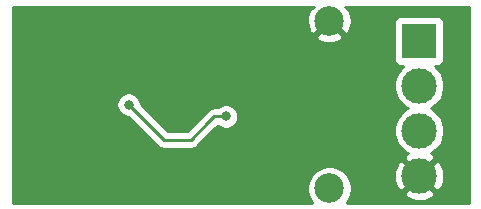
<source format=gbr>
G04 #@! TF.GenerationSoftware,KiCad,Pcbnew,(5.1.0)-1*
G04 #@! TF.CreationDate,2019-05-18T16:03:49-06:00*
G04 #@! TF.ProjectId,Tension,54656e73-696f-46e2-9e6b-696361645f70,rev?*
G04 #@! TF.SameCoordinates,Original*
G04 #@! TF.FileFunction,Copper,L2,Bot*
G04 #@! TF.FilePolarity,Positive*
%FSLAX46Y46*%
G04 Gerber Fmt 4.6, Leading zero omitted, Abs format (unit mm)*
G04 Created by KiCad (PCBNEW (5.1.0)-1) date 2019-05-18 16:03:49*
%MOMM*%
%LPD*%
G04 APERTURE LIST*
%ADD10C,2.999740*%
%ADD11R,2.999740X2.999740*%
%ADD12C,2.499360*%
%ADD13C,0.800000*%
%ADD14C,0.250000*%
%ADD15C,0.254000*%
G04 APERTURE END LIST*
D10*
X175100000Y-74530000D03*
X175100000Y-70720000D03*
X175100000Y-66910000D03*
D11*
X175100000Y-63100000D03*
D12*
X167500000Y-75600000D03*
X167500000Y-61400000D03*
D13*
X158750000Y-69500000D03*
X150500000Y-68500000D03*
X157000000Y-62500000D03*
X154250000Y-73000000D03*
X148750000Y-74500000D03*
X150250000Y-63500000D03*
X155000000Y-70500000D03*
X154750000Y-66250000D03*
X171500000Y-65750000D03*
X171500000Y-68250000D03*
X160000000Y-71500000D03*
X165250000Y-68000000D03*
X165750000Y-71000000D03*
X147500000Y-70750000D03*
X143000000Y-61000000D03*
X150750000Y-60750000D03*
D14*
X153500000Y-71500000D02*
X150500000Y-68500000D01*
X155750000Y-71500000D02*
X153500000Y-71500000D01*
X157750000Y-69500000D02*
X157250000Y-70000000D01*
X158750000Y-69500000D02*
X157750000Y-69500000D01*
X157250000Y-70000000D02*
X155750000Y-71500000D01*
D15*
G36*
X166186622Y-60266230D02*
G01*
X165896685Y-60392104D01*
X165730861Y-60724262D01*
X165633025Y-61082387D01*
X165606935Y-61452719D01*
X165653595Y-61821025D01*
X165771211Y-62173151D01*
X165896685Y-62407896D01*
X166186623Y-62533771D01*
X167320395Y-61400000D01*
X167306252Y-61385858D01*
X167485858Y-61206252D01*
X167500000Y-61220395D01*
X167514142Y-61206252D01*
X167693748Y-61385858D01*
X167679605Y-61400000D01*
X168813377Y-62533771D01*
X169103315Y-62407896D01*
X169269139Y-62075738D01*
X169366975Y-61717613D01*
X169375251Y-61600130D01*
X172962058Y-61600130D01*
X172962058Y-64599870D01*
X172974318Y-64724352D01*
X173010628Y-64844050D01*
X173069593Y-64954364D01*
X173148945Y-65051055D01*
X173245636Y-65130407D01*
X173355950Y-65189372D01*
X173475648Y-65225682D01*
X173600130Y-65237942D01*
X173759747Y-65237942D01*
X173739100Y-65251738D01*
X173441738Y-65549100D01*
X173208103Y-65898760D01*
X173047172Y-66287281D01*
X172965130Y-66699734D01*
X172965130Y-67120266D01*
X173047172Y-67532719D01*
X173208103Y-67921240D01*
X173441738Y-68270900D01*
X173739100Y-68568262D01*
X174088760Y-68801897D01*
X174120393Y-68815000D01*
X174088760Y-68828103D01*
X173739100Y-69061738D01*
X173441738Y-69359100D01*
X173208103Y-69708760D01*
X173047172Y-70097281D01*
X172965130Y-70509734D01*
X172965130Y-70930266D01*
X173047172Y-71342719D01*
X173208103Y-71731240D01*
X173441738Y-72080900D01*
X173739100Y-72378262D01*
X174088760Y-72611897D01*
X174124218Y-72626584D01*
X173944040Y-72722892D01*
X173788044Y-73038439D01*
X175100000Y-74350395D01*
X176411956Y-73038439D01*
X176255960Y-72722892D01*
X176070824Y-72628638D01*
X176111240Y-72611897D01*
X176460900Y-72378262D01*
X176758262Y-72080900D01*
X176991897Y-71731240D01*
X177152828Y-71342719D01*
X177234870Y-70930266D01*
X177234870Y-70509734D01*
X177152828Y-70097281D01*
X176991897Y-69708760D01*
X176758262Y-69359100D01*
X176460900Y-69061738D01*
X176111240Y-68828103D01*
X176079607Y-68815000D01*
X176111240Y-68801897D01*
X176460900Y-68568262D01*
X176758262Y-68270900D01*
X176991897Y-67921240D01*
X177152828Y-67532719D01*
X177234870Y-67120266D01*
X177234870Y-66699734D01*
X177152828Y-66287281D01*
X176991897Y-65898760D01*
X176758262Y-65549100D01*
X176460900Y-65251738D01*
X176440253Y-65237942D01*
X176599870Y-65237942D01*
X176724352Y-65225682D01*
X176844050Y-65189372D01*
X176954364Y-65130407D01*
X177051055Y-65051055D01*
X177130407Y-64954364D01*
X177189372Y-64844050D01*
X177225682Y-64724352D01*
X177237942Y-64599870D01*
X177237942Y-61600130D01*
X177225682Y-61475648D01*
X177189372Y-61355950D01*
X177130407Y-61245636D01*
X177051055Y-61148945D01*
X176954364Y-61069593D01*
X176844050Y-61010628D01*
X176724352Y-60974318D01*
X176599870Y-60962058D01*
X173600130Y-60962058D01*
X173475648Y-60974318D01*
X173355950Y-61010628D01*
X173245636Y-61069593D01*
X173148945Y-61148945D01*
X173069593Y-61245636D01*
X173010628Y-61355950D01*
X172974318Y-61475648D01*
X172962058Y-61600130D01*
X169375251Y-61600130D01*
X169393065Y-61347281D01*
X169346405Y-60978975D01*
X169228789Y-60626849D01*
X169103315Y-60392104D01*
X168813378Y-60266230D01*
X168869608Y-60210000D01*
X179290001Y-60210000D01*
X179290000Y-76790000D01*
X168971552Y-76790000D01*
X169170182Y-76492731D01*
X169312253Y-76149741D01*
X169337749Y-76021561D01*
X173788044Y-76021561D01*
X173944040Y-76337108D01*
X174318800Y-76527901D01*
X174723582Y-76641917D01*
X175142829Y-76674772D01*
X175560431Y-76625205D01*
X175960339Y-76495121D01*
X176255960Y-76337108D01*
X176411956Y-76021561D01*
X175100000Y-74709605D01*
X173788044Y-76021561D01*
X169337749Y-76021561D01*
X169384680Y-75785625D01*
X169384680Y-75414375D01*
X169312253Y-75050259D01*
X169170182Y-74707269D01*
X169080352Y-74572829D01*
X172955228Y-74572829D01*
X173004795Y-74990431D01*
X173134879Y-75390339D01*
X173292892Y-75685960D01*
X173608439Y-75841956D01*
X174920395Y-74530000D01*
X175279605Y-74530000D01*
X176591561Y-75841956D01*
X176907108Y-75685960D01*
X177097901Y-75311200D01*
X177211917Y-74906418D01*
X177244772Y-74487171D01*
X177195205Y-74069569D01*
X177065121Y-73669661D01*
X176907108Y-73374040D01*
X176591561Y-73218044D01*
X175279605Y-74530000D01*
X174920395Y-74530000D01*
X173608439Y-73218044D01*
X173292892Y-73374040D01*
X173102099Y-73748800D01*
X172988083Y-74153582D01*
X172955228Y-74572829D01*
X169080352Y-74572829D01*
X168963926Y-74398587D01*
X168701413Y-74136074D01*
X168392731Y-73929818D01*
X168049741Y-73787747D01*
X167685625Y-73715320D01*
X167314375Y-73715320D01*
X166950259Y-73787747D01*
X166607269Y-73929818D01*
X166298587Y-74136074D01*
X166036074Y-74398587D01*
X165829818Y-74707269D01*
X165687747Y-75050259D01*
X165615320Y-75414375D01*
X165615320Y-75785625D01*
X165687747Y-76149741D01*
X165829818Y-76492731D01*
X166028448Y-76790000D01*
X140710000Y-76790000D01*
X140710000Y-68398061D01*
X149465000Y-68398061D01*
X149465000Y-68601939D01*
X149504774Y-68801898D01*
X149582795Y-68990256D01*
X149696063Y-69159774D01*
X149840226Y-69303937D01*
X150009744Y-69417205D01*
X150198102Y-69495226D01*
X150398061Y-69535000D01*
X150460199Y-69535000D01*
X152936201Y-72011003D01*
X152959999Y-72040001D01*
X153075724Y-72134974D01*
X153207753Y-72205546D01*
X153351014Y-72249003D01*
X153462667Y-72260000D01*
X153462675Y-72260000D01*
X153500000Y-72263676D01*
X153537325Y-72260000D01*
X155712678Y-72260000D01*
X155750000Y-72263676D01*
X155787322Y-72260000D01*
X155787333Y-72260000D01*
X155898986Y-72249003D01*
X156042247Y-72205546D01*
X156174276Y-72134974D01*
X156290001Y-72040001D01*
X156313804Y-72010997D01*
X157813799Y-70511003D01*
X157813804Y-70510997D01*
X158055545Y-70269256D01*
X158090226Y-70303937D01*
X158259744Y-70417205D01*
X158448102Y-70495226D01*
X158648061Y-70535000D01*
X158851939Y-70535000D01*
X159051898Y-70495226D01*
X159240256Y-70417205D01*
X159409774Y-70303937D01*
X159553937Y-70159774D01*
X159667205Y-69990256D01*
X159745226Y-69801898D01*
X159785000Y-69601939D01*
X159785000Y-69398061D01*
X159745226Y-69198102D01*
X159667205Y-69009744D01*
X159553937Y-68840226D01*
X159409774Y-68696063D01*
X159240256Y-68582795D01*
X159051898Y-68504774D01*
X158851939Y-68465000D01*
X158648061Y-68465000D01*
X158448102Y-68504774D01*
X158259744Y-68582795D01*
X158090226Y-68696063D01*
X158046289Y-68740000D01*
X157787325Y-68740000D01*
X157750000Y-68736324D01*
X157712675Y-68740000D01*
X157712667Y-68740000D01*
X157601014Y-68750997D01*
X157457753Y-68794454D01*
X157325724Y-68865026D01*
X157209999Y-68959999D01*
X157186196Y-68989003D01*
X156739003Y-69436196D01*
X156738997Y-69436201D01*
X155435199Y-70740000D01*
X153814802Y-70740000D01*
X151535000Y-68460199D01*
X151535000Y-68398061D01*
X151495226Y-68198102D01*
X151417205Y-68009744D01*
X151303937Y-67840226D01*
X151159774Y-67696063D01*
X150990256Y-67582795D01*
X150801898Y-67504774D01*
X150601939Y-67465000D01*
X150398061Y-67465000D01*
X150198102Y-67504774D01*
X150009744Y-67582795D01*
X149840226Y-67696063D01*
X149696063Y-67840226D01*
X149582795Y-68009744D01*
X149504774Y-68198102D01*
X149465000Y-68398061D01*
X140710000Y-68398061D01*
X140710000Y-62713377D01*
X166366229Y-62713377D01*
X166492104Y-63003315D01*
X166824262Y-63169139D01*
X167182387Y-63266975D01*
X167552719Y-63293065D01*
X167921025Y-63246405D01*
X168273151Y-63128789D01*
X168507896Y-63003315D01*
X168633771Y-62713377D01*
X167500000Y-61579605D01*
X166366229Y-62713377D01*
X140710000Y-62713377D01*
X140710000Y-60210000D01*
X166130392Y-60210000D01*
X166186622Y-60266230D01*
X166186622Y-60266230D01*
G37*
X166186622Y-60266230D02*
X165896685Y-60392104D01*
X165730861Y-60724262D01*
X165633025Y-61082387D01*
X165606935Y-61452719D01*
X165653595Y-61821025D01*
X165771211Y-62173151D01*
X165896685Y-62407896D01*
X166186623Y-62533771D01*
X167320395Y-61400000D01*
X167306252Y-61385858D01*
X167485858Y-61206252D01*
X167500000Y-61220395D01*
X167514142Y-61206252D01*
X167693748Y-61385858D01*
X167679605Y-61400000D01*
X168813377Y-62533771D01*
X169103315Y-62407896D01*
X169269139Y-62075738D01*
X169366975Y-61717613D01*
X169375251Y-61600130D01*
X172962058Y-61600130D01*
X172962058Y-64599870D01*
X172974318Y-64724352D01*
X173010628Y-64844050D01*
X173069593Y-64954364D01*
X173148945Y-65051055D01*
X173245636Y-65130407D01*
X173355950Y-65189372D01*
X173475648Y-65225682D01*
X173600130Y-65237942D01*
X173759747Y-65237942D01*
X173739100Y-65251738D01*
X173441738Y-65549100D01*
X173208103Y-65898760D01*
X173047172Y-66287281D01*
X172965130Y-66699734D01*
X172965130Y-67120266D01*
X173047172Y-67532719D01*
X173208103Y-67921240D01*
X173441738Y-68270900D01*
X173739100Y-68568262D01*
X174088760Y-68801897D01*
X174120393Y-68815000D01*
X174088760Y-68828103D01*
X173739100Y-69061738D01*
X173441738Y-69359100D01*
X173208103Y-69708760D01*
X173047172Y-70097281D01*
X172965130Y-70509734D01*
X172965130Y-70930266D01*
X173047172Y-71342719D01*
X173208103Y-71731240D01*
X173441738Y-72080900D01*
X173739100Y-72378262D01*
X174088760Y-72611897D01*
X174124218Y-72626584D01*
X173944040Y-72722892D01*
X173788044Y-73038439D01*
X175100000Y-74350395D01*
X176411956Y-73038439D01*
X176255960Y-72722892D01*
X176070824Y-72628638D01*
X176111240Y-72611897D01*
X176460900Y-72378262D01*
X176758262Y-72080900D01*
X176991897Y-71731240D01*
X177152828Y-71342719D01*
X177234870Y-70930266D01*
X177234870Y-70509734D01*
X177152828Y-70097281D01*
X176991897Y-69708760D01*
X176758262Y-69359100D01*
X176460900Y-69061738D01*
X176111240Y-68828103D01*
X176079607Y-68815000D01*
X176111240Y-68801897D01*
X176460900Y-68568262D01*
X176758262Y-68270900D01*
X176991897Y-67921240D01*
X177152828Y-67532719D01*
X177234870Y-67120266D01*
X177234870Y-66699734D01*
X177152828Y-66287281D01*
X176991897Y-65898760D01*
X176758262Y-65549100D01*
X176460900Y-65251738D01*
X176440253Y-65237942D01*
X176599870Y-65237942D01*
X176724352Y-65225682D01*
X176844050Y-65189372D01*
X176954364Y-65130407D01*
X177051055Y-65051055D01*
X177130407Y-64954364D01*
X177189372Y-64844050D01*
X177225682Y-64724352D01*
X177237942Y-64599870D01*
X177237942Y-61600130D01*
X177225682Y-61475648D01*
X177189372Y-61355950D01*
X177130407Y-61245636D01*
X177051055Y-61148945D01*
X176954364Y-61069593D01*
X176844050Y-61010628D01*
X176724352Y-60974318D01*
X176599870Y-60962058D01*
X173600130Y-60962058D01*
X173475648Y-60974318D01*
X173355950Y-61010628D01*
X173245636Y-61069593D01*
X173148945Y-61148945D01*
X173069593Y-61245636D01*
X173010628Y-61355950D01*
X172974318Y-61475648D01*
X172962058Y-61600130D01*
X169375251Y-61600130D01*
X169393065Y-61347281D01*
X169346405Y-60978975D01*
X169228789Y-60626849D01*
X169103315Y-60392104D01*
X168813378Y-60266230D01*
X168869608Y-60210000D01*
X179290001Y-60210000D01*
X179290000Y-76790000D01*
X168971552Y-76790000D01*
X169170182Y-76492731D01*
X169312253Y-76149741D01*
X169337749Y-76021561D01*
X173788044Y-76021561D01*
X173944040Y-76337108D01*
X174318800Y-76527901D01*
X174723582Y-76641917D01*
X175142829Y-76674772D01*
X175560431Y-76625205D01*
X175960339Y-76495121D01*
X176255960Y-76337108D01*
X176411956Y-76021561D01*
X175100000Y-74709605D01*
X173788044Y-76021561D01*
X169337749Y-76021561D01*
X169384680Y-75785625D01*
X169384680Y-75414375D01*
X169312253Y-75050259D01*
X169170182Y-74707269D01*
X169080352Y-74572829D01*
X172955228Y-74572829D01*
X173004795Y-74990431D01*
X173134879Y-75390339D01*
X173292892Y-75685960D01*
X173608439Y-75841956D01*
X174920395Y-74530000D01*
X175279605Y-74530000D01*
X176591561Y-75841956D01*
X176907108Y-75685960D01*
X177097901Y-75311200D01*
X177211917Y-74906418D01*
X177244772Y-74487171D01*
X177195205Y-74069569D01*
X177065121Y-73669661D01*
X176907108Y-73374040D01*
X176591561Y-73218044D01*
X175279605Y-74530000D01*
X174920395Y-74530000D01*
X173608439Y-73218044D01*
X173292892Y-73374040D01*
X173102099Y-73748800D01*
X172988083Y-74153582D01*
X172955228Y-74572829D01*
X169080352Y-74572829D01*
X168963926Y-74398587D01*
X168701413Y-74136074D01*
X168392731Y-73929818D01*
X168049741Y-73787747D01*
X167685625Y-73715320D01*
X167314375Y-73715320D01*
X166950259Y-73787747D01*
X166607269Y-73929818D01*
X166298587Y-74136074D01*
X166036074Y-74398587D01*
X165829818Y-74707269D01*
X165687747Y-75050259D01*
X165615320Y-75414375D01*
X165615320Y-75785625D01*
X165687747Y-76149741D01*
X165829818Y-76492731D01*
X166028448Y-76790000D01*
X140710000Y-76790000D01*
X140710000Y-68398061D01*
X149465000Y-68398061D01*
X149465000Y-68601939D01*
X149504774Y-68801898D01*
X149582795Y-68990256D01*
X149696063Y-69159774D01*
X149840226Y-69303937D01*
X150009744Y-69417205D01*
X150198102Y-69495226D01*
X150398061Y-69535000D01*
X150460199Y-69535000D01*
X152936201Y-72011003D01*
X152959999Y-72040001D01*
X153075724Y-72134974D01*
X153207753Y-72205546D01*
X153351014Y-72249003D01*
X153462667Y-72260000D01*
X153462675Y-72260000D01*
X153500000Y-72263676D01*
X153537325Y-72260000D01*
X155712678Y-72260000D01*
X155750000Y-72263676D01*
X155787322Y-72260000D01*
X155787333Y-72260000D01*
X155898986Y-72249003D01*
X156042247Y-72205546D01*
X156174276Y-72134974D01*
X156290001Y-72040001D01*
X156313804Y-72010997D01*
X157813799Y-70511003D01*
X157813804Y-70510997D01*
X158055545Y-70269256D01*
X158090226Y-70303937D01*
X158259744Y-70417205D01*
X158448102Y-70495226D01*
X158648061Y-70535000D01*
X158851939Y-70535000D01*
X159051898Y-70495226D01*
X159240256Y-70417205D01*
X159409774Y-70303937D01*
X159553937Y-70159774D01*
X159667205Y-69990256D01*
X159745226Y-69801898D01*
X159785000Y-69601939D01*
X159785000Y-69398061D01*
X159745226Y-69198102D01*
X159667205Y-69009744D01*
X159553937Y-68840226D01*
X159409774Y-68696063D01*
X159240256Y-68582795D01*
X159051898Y-68504774D01*
X158851939Y-68465000D01*
X158648061Y-68465000D01*
X158448102Y-68504774D01*
X158259744Y-68582795D01*
X158090226Y-68696063D01*
X158046289Y-68740000D01*
X157787325Y-68740000D01*
X157750000Y-68736324D01*
X157712675Y-68740000D01*
X157712667Y-68740000D01*
X157601014Y-68750997D01*
X157457753Y-68794454D01*
X157325724Y-68865026D01*
X157209999Y-68959999D01*
X157186196Y-68989003D01*
X156739003Y-69436196D01*
X156738997Y-69436201D01*
X155435199Y-70740000D01*
X153814802Y-70740000D01*
X151535000Y-68460199D01*
X151535000Y-68398061D01*
X151495226Y-68198102D01*
X151417205Y-68009744D01*
X151303937Y-67840226D01*
X151159774Y-67696063D01*
X150990256Y-67582795D01*
X150801898Y-67504774D01*
X150601939Y-67465000D01*
X150398061Y-67465000D01*
X150198102Y-67504774D01*
X150009744Y-67582795D01*
X149840226Y-67696063D01*
X149696063Y-67840226D01*
X149582795Y-68009744D01*
X149504774Y-68198102D01*
X149465000Y-68398061D01*
X140710000Y-68398061D01*
X140710000Y-62713377D01*
X166366229Y-62713377D01*
X166492104Y-63003315D01*
X166824262Y-63169139D01*
X167182387Y-63266975D01*
X167552719Y-63293065D01*
X167921025Y-63246405D01*
X168273151Y-63128789D01*
X168507896Y-63003315D01*
X168633771Y-62713377D01*
X167500000Y-61579605D01*
X166366229Y-62713377D01*
X140710000Y-62713377D01*
X140710000Y-60210000D01*
X166130392Y-60210000D01*
X166186622Y-60266230D01*
M02*

</source>
